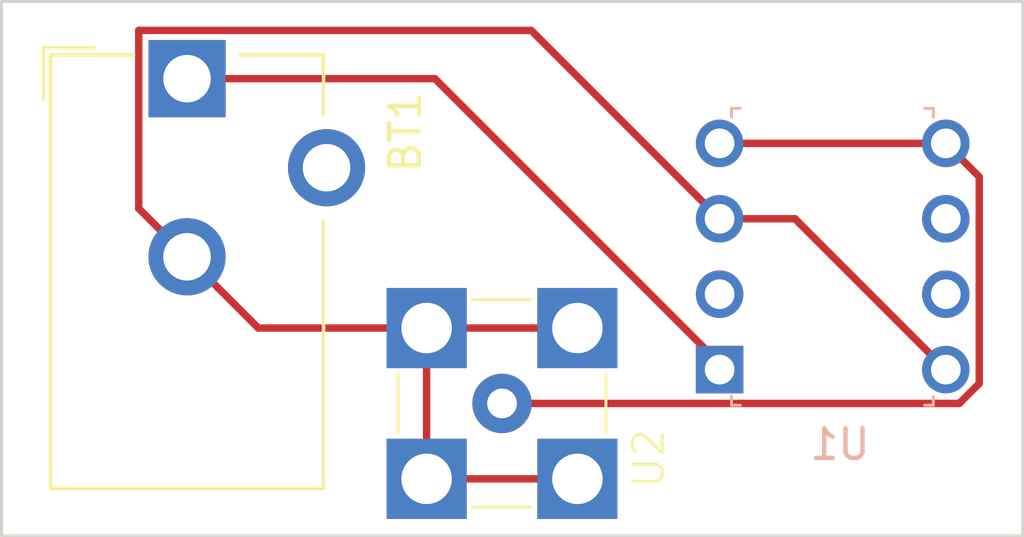
<source format=kicad_pcb>
(kicad_pcb (version 20241229) (generator "pcbnew") (generator_version "9.0")
  (layers (0 "F.Cu" signal) (2 "B.Cu" signal) (13 "F.Paste" user) (15 "B.Paste" user) (5 "F.SilkS" user "F.Silkscreen") (7 "B.SilkS" user "B.Silkscreen") (1 "F.Mask" user) (3 "B.Mask" user) (25 "Edge.Cuts" user))
  (net 0 "")
  (net 1 "GND")
  (net 2 "+9V")
  (net 4 "Net-(U1-FB)")
  (footprint "RF_Connectors_Footprints:SMB_Molex_0731000103_THT_RA" (layer "F.Cu") (at 148.06 122.74 180)
    (property "Reference" "U2" (at -4.94 -1.86 90) (layer "F.SilkS") (effects (font (thickness 0.1))))
    (property "Value" "~" (hide yes))
    (fp_line (start 3.5 -1) (end 3.5 1) (stroke (width 0.1)) (layer "F.SilkS"))
    (fp_line (start 1 3.5) (end -1 3.5) (stroke (width 0.1)) (layer "F.SilkS"))
    (fp_line (start 1 -3.5) (end -1 -3.5) (stroke (width 0.1)) (layer "F.SilkS"))
    (fp_line (start -3.5 -1) (end -3.5 1) (stroke (width 0.1)) (layer "F.SilkS"))
    (pad "1" thru_hole rect (at -2.54 -2.54 270) (size 2.7 2.7) (drill 1.7) (layers "*.Cu" "*.Mask") (net 1 "GND"))
    (pad "1" thru_hole rect (at -2.54 2.54 270) (size 2.7 2.7) (drill 1.7) (layers "*.Cu" "*.Mask") (net 1 "GND"))
    (pad "1" thru_hole rect (at 2.54 -2.54 270) (size 2.7 2.7) (drill 1.7) (layers "*.Cu" "*.Mask") (net 1 "GND"))
    (pad "1" thru_hole rect (at 2.54 2.54 270) (size 2.7 2.7) (drill 1.7) (layers "*.Cu" "*.Mask") (net 1 "GND"))
    (pad "2" thru_hole circle (at 0 0 180) (size 2 2) (drill 1) (layers "*.Cu" "*.Mask") (net 4 "Net-(U1-FB)"))
  )
  (footprint "Connector_BarrelJack:BarrelJack_CUI_PJ-102AH_Horizontal" (layer "F.Cu") (at 137.45 111.8)
    (property "Reference" "BT1" (at 7.35 1.8 90) (layer "F.SilkS"))
    (property "Value" "Battery_Cell")
    (fp_line (start -4.84 -1.04) (end -3.1 -1.04) (stroke (width 0.12)) (layer "F.SilkS"))
    (fp_line (start -4.84 0.7) (end -4.84 -1.04) (stroke (width 0.12)) (layer "F.SilkS"))
    (fp_line (start -4.6 -0.8) (end -1.8 -0.8) (stroke (width 0.12)) (layer "F.SilkS"))
    (fp_line (start -4.6 13.8) (end -4.6 -0.8) (stroke (width 0.12)) (layer "F.SilkS"))
    (fp_line (start 1.8 -0.8) (end 4.6 -0.8) (stroke (width 0.12)) (layer "F.SilkS"))
    (fp_line (start 4.6 -0.8) (end 4.6 1.2) (stroke (width 0.12)) (layer "F.SilkS"))
    (fp_line (start 4.6 4.8) (end 4.6 13.8) (stroke (width 0.12)) (layer "F.SilkS"))
    (fp_line (start 4.6 13.8) (end -4.6 13.8) (stroke (width 0.12)) (layer "F.SilkS"))
    (pad "1" thru_hole rect (at 0 0) (size 2.6 2.6) (drill 1.6) (layers "*.Cu" "*.Mask") (net 2 "+9V"))
    (pad "2" thru_hole circle (at 0 6) (size 2.6 2.6) (drill 1.6) (layers "*.Cu" "*.Mask") (net 1 "GND"))
    (pad "3" thru_hole circle (at 4.7 3) (size 2.6 2.6) (drill 1.6) (layers "*.Cu" "*.Mask"))
  )
  (footprint "digikey-footprints:DIP-8_W7.62mm" (layer "B.Cu") (at 155.39 121.6)
    (property "Reference" "U1" (at 4.05 2.52 180) (layer "B.SilkS") (effects (justify mirror)))
    (property "Value" "OPT101P")
    (fp_line (start 0.4 -8.8) (end 0.7 -8.8) (stroke (width 0.1)) (layer "B.SilkS"))
    (fp_line (start 0.4 -8.5) (end 0.4 -8.8) (stroke (width 0.1)) (layer "B.SilkS"))
    (fp_line (start 0.4 0.9) (end 0.4 1.2) (stroke (width 0.1)) (layer "B.SilkS"))
    (fp_line (start 0.4 1.2) (end 0.7 1.2) (stroke (width 0.1)) (layer "B.SilkS"))
    (fp_line (start 7.2 -8.8) (end 6.9 -8.8) (stroke (width 0.1)) (layer "B.SilkS"))
    (fp_line (start 7.2 -8.5) (end 7.2 -8.8) (stroke (width 0.1)) (layer "B.SilkS"))
    (fp_line (start 7.2 0.9) (end 7.2 1.2) (stroke (width 0.1)) (layer "B.SilkS"))
    (fp_line (start 7.2 1.2) (end 6.9 1.2) (stroke (width 0.1)) (layer "B.SilkS"))
    (pad "1" thru_hole rect (at 0 0) (size 1.6 1.6) (drill 1) (layers "*.Cu" "*.Mask") (net 2 "+9V"))
    (pad "2" thru_hole circle (at 0 -2.54) (size 1.6 1.6) (drill 1) (layers "*.Cu" "*.Mask"))
    (pad "3" thru_hole circle (at 0 -5.08) (size 1.6 1.6) (drill 1) (layers "*.Cu" "*.Mask") (net 1 "GND"))
    (pad "4" thru_hole circle (at 0 -7.62) (size 1.6 1.6) (drill 1) (layers "*.Cu" "*.Mask") (net 4 "Net-(U1-FB)"))
    (pad "5" thru_hole circle (at 7.62 -7.62) (size 1.6 1.6) (drill 1) (layers "*.Cu" "*.Mask") (net 4 "Net-(U1-FB)"))
    (pad "6" thru_hole circle (at 7.62 -5.08) (size 1.6 1.6) (drill 1) (layers "*.Cu" "*.Mask"))
    (pad "7" thru_hole circle (at 7.62 -2.54) (size 1.6 1.6) (drill 1) (layers "*.Cu" "*.Mask"))
    (pad "8" thru_hole circle (at 7.62 0) (size 1.6 1.6) (drill 1) (layers "*.Cu" "*.Mask") (net 1 "GND"))
  )
  (gr_rect (start 131.2 109.2) (end 165.6 127.2) (stroke (width 0.1)) (fill no) (layer "Edge.Cuts"))
  (segment (start 137.45 117.8) (end 135.824 116.174) (width 0.25) (layer "F.Cu") (net 1))
  (segment (start 145.52 120.2) (end 145.52 125.28) (width 0.25) (layer "F.Cu") (net 1))
  (segment (start 150.6 125.28) (end 144.93 125.28) (width 0.25) (layer "F.Cu") (net 1))
  (segment (start 149.044 110.174) (end 155.39 116.52) (width 0.25) (layer "F.Cu") (net 1))
  (segment (start 135.824 116.174) (end 135.824 110.174) (width 0.25) (layer "F.Cu") (net 1))
  (segment (start 135.824 110.174) (end 149.044 110.174) (width 0.25) (layer "F.Cu") (net 1))
  (segment (start 139.85 120.2) (end 137.45 117.8) (width 0.25) (layer "F.Cu") (net 1))
  (segment (start 145.52 120.2) (end 139.85 120.2) (width 0.25) (layer "F.Cu") (net 1))
  (segment (start 150.6 120.2) (end 145.52 120.2) (width 0.25) (layer "F.Cu") (net 1))
  (segment (start 157.93 116.52) (end 163.01 121.6) (width 0.25) (layer "F.Cu") (net 1))
  (segment (start 155.39 116.52) (end 157.93 116.52) (width 0.25) (layer "F.Cu") (net 1))
  (segment (start 155.39 121.39) (end 155.39 121.6) (width 0.25) (layer "F.Cu") (net 2))
  (segment (start 137.45 111.8) (end 145.8 111.8) (width 0.25) (layer "F.Cu") (net 2))
  (segment (start 145.8 111.8) (end 155.39 121.39) (width 0.25) (layer "F.Cu") (net 2))
  (segment (start 137.45 111.8) (end 137.45 112.45) (width 0.25) (layer "F.Cu") (net 2))
  (segment (start 164.136 122.066405) (end 164.136 115.106) (width 0.25) (layer "F.Cu") (net 4))
  (segment (start 148.06 122.74) (end 163.462405 122.74) (width 0.25) (layer "F.Cu") (net 4))
  (segment (start 155.39 113.98) (end 163.01 113.98) (width 0.25) (layer "F.Cu") (net 4))
  (segment (start 164.136 115.106) (end 163.01 113.98) (width 0.25) (layer "F.Cu") (net 4))
  (segment (start 163.462405 122.74) (end 164.136 122.066405) (width 0.25) (layer "F.Cu") (net 4))
)
</source>
